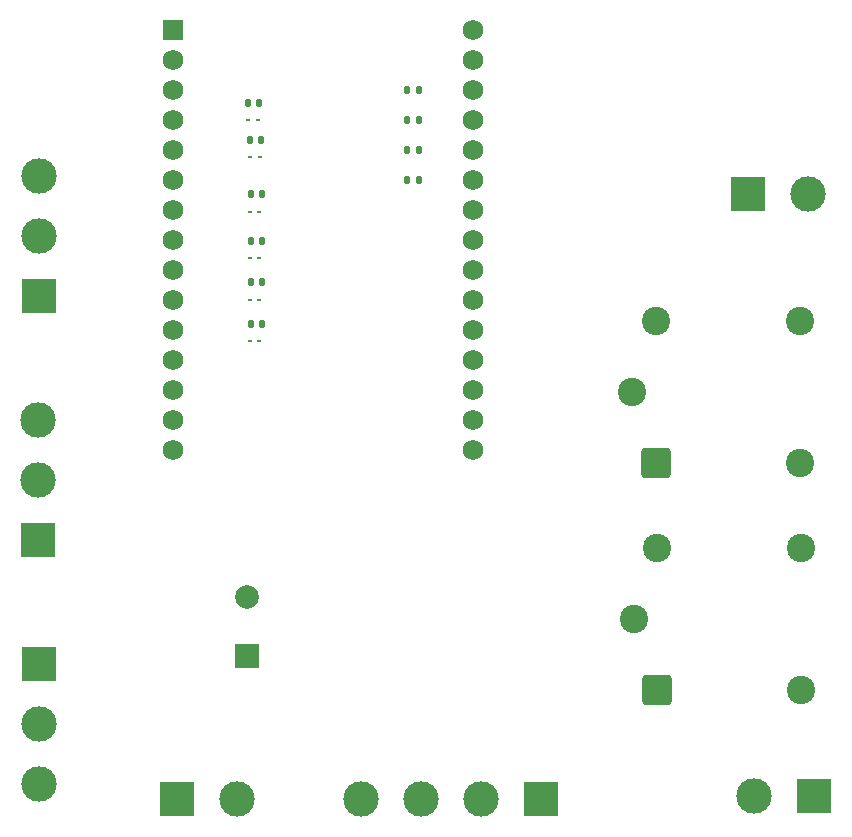
<source format=gbr>
%TF.GenerationSoftware,KiCad,Pcbnew,8.0.8*%
%TF.CreationDate,2025-03-20T21:36:52-04:00*%
%TF.ProjectId,PCB PUERTA,50434220-5055-4455-9254-412e6b696361,rev?*%
%TF.SameCoordinates,Original*%
%TF.FileFunction,Soldermask,Bot*%
%TF.FilePolarity,Negative*%
%FSLAX46Y46*%
G04 Gerber Fmt 4.6, Leading zero omitted, Abs format (unit mm)*
G04 Created by KiCad (PCBNEW 8.0.8) date 2025-03-20 21:36:52*
%MOMM*%
%LPD*%
G01*
G04 APERTURE LIST*
G04 Aperture macros list*
%AMRoundRect*
0 Rectangle with rounded corners*
0 $1 Rounding radius*
0 $2 $3 $4 $5 $6 $7 $8 $9 X,Y pos of 4 corners*
0 Add a 4 corners polygon primitive as box body*
4,1,4,$2,$3,$4,$5,$6,$7,$8,$9,$2,$3,0*
0 Add four circle primitives for the rounded corners*
1,1,$1+$1,$2,$3*
1,1,$1+$1,$4,$5*
1,1,$1+$1,$6,$7*
1,1,$1+$1,$8,$9*
0 Add four rect primitives between the rounded corners*
20,1,$1+$1,$2,$3,$4,$5,0*
20,1,$1+$1,$4,$5,$6,$7,0*
20,1,$1+$1,$6,$7,$8,$9,0*
20,1,$1+$1,$8,$9,$2,$3,0*%
G04 Aperture macros list end*
%ADD10R,3.000000X3.000000*%
%ADD11C,3.000000*%
%ADD12C,2.400000*%
%ADD13RoundRect,0.250000X1.000000X-1.000000X1.000000X1.000000X-1.000000X1.000000X-1.000000X-1.000000X0*%
%ADD14R,2.000000X2.000000*%
%ADD15C,2.000000*%
%ADD16RoundRect,0.102000X-0.765000X-0.765000X0.765000X-0.765000X0.765000X0.765000X-0.765000X0.765000X0*%
%ADD17C,1.734000*%
%ADD18RoundRect,0.062500X-0.117500X-0.062500X0.117500X-0.062500X0.117500X0.062500X-0.117500X0.062500X0*%
%ADD19RoundRect,0.140000X-0.140000X-0.170000X0.140000X-0.170000X0.140000X0.170000X-0.140000X0.170000X0*%
%ADD20RoundRect,0.135000X-0.135000X-0.185000X0.135000X-0.185000X0.135000X0.185000X-0.135000X0.185000X0*%
G04 APERTURE END LIST*
D10*
%TO.C,J7*%
X157175200Y-131318000D03*
D11*
X152095200Y-131318000D03*
%TD*%
D10*
%TO.C,J4*%
X103221800Y-131593600D03*
D11*
X108301800Y-131593600D03*
%TD*%
D12*
%TO.C,K1*%
X141761600Y-97087500D03*
X155961600Y-91087500D03*
X155961600Y-103087500D03*
D13*
X143761600Y-103087500D03*
D12*
X143761600Y-91087500D03*
%TD*%
D14*
%TO.C,BZ1*%
X109118400Y-119452400D03*
D15*
X109118400Y-114452400D03*
%TD*%
D16*
%TO.C,U1*%
X102920800Y-66432400D03*
D17*
X102920800Y-68972400D03*
X102920800Y-71512400D03*
X102920800Y-74052400D03*
X102920800Y-76592400D03*
X102920800Y-79132400D03*
X102920800Y-81672400D03*
X102920800Y-84212400D03*
X102920800Y-86752400D03*
X102920800Y-89292400D03*
X102920800Y-91832400D03*
X102920800Y-94372400D03*
X102920800Y-96912400D03*
X102920800Y-99452400D03*
X102920800Y-101992400D03*
X128320800Y-101992400D03*
X128320800Y-99452400D03*
X128320800Y-96912400D03*
X128320800Y-94372400D03*
X128320800Y-91832400D03*
X128320800Y-89292400D03*
X128320800Y-86752400D03*
X128320800Y-84212400D03*
X128320800Y-81672400D03*
X128320800Y-79132400D03*
X128320800Y-76592400D03*
X128320800Y-74052400D03*
X128320800Y-71512400D03*
X128320800Y-68972400D03*
X128320800Y-66432400D03*
%TD*%
D10*
%TO.C,J5*%
X134032000Y-131593600D03*
D11*
X128952000Y-131593600D03*
X123872000Y-131593600D03*
X118792000Y-131593600D03*
%TD*%
D10*
%TO.C,J6*%
X151587200Y-80340200D03*
D11*
X156667200Y-80340200D03*
%TD*%
D12*
%TO.C,K2*%
X141891000Y-116337600D03*
X156091000Y-110337600D03*
X156091000Y-122337600D03*
D13*
X143891000Y-122337600D03*
D12*
X143891000Y-110337600D03*
%TD*%
D10*
%TO.C,J1*%
X91520000Y-89001600D03*
D11*
X91520000Y-83921600D03*
X91520000Y-78841600D03*
%TD*%
D10*
%TO.C,J2*%
X91465400Y-109648000D03*
D11*
X91465400Y-104568000D03*
X91465400Y-99488000D03*
%TD*%
D10*
%TO.C,J3*%
X91520000Y-120138200D03*
D11*
X91520000Y-125218200D03*
X91520000Y-130298200D03*
%TD*%
D18*
%TO.C,D1*%
X110275000Y-77176600D03*
X109435000Y-77176600D03*
%TD*%
%TO.C,D2*%
X110216600Y-85736400D03*
X109376600Y-85736400D03*
%TD*%
D19*
%TO.C,C2*%
X109476600Y-84314000D03*
X110436600Y-84314000D03*
%TD*%
D20*
%TO.C,R12*%
X122680000Y-74052400D03*
X123700000Y-74052400D03*
%TD*%
D19*
%TO.C,C4*%
X109476600Y-80377000D03*
X110436600Y-80377000D03*
%TD*%
D20*
%TO.C,R13*%
X122680000Y-76592400D03*
X123700000Y-76592400D03*
%TD*%
D19*
%TO.C,C5*%
X109476600Y-87819200D03*
X110436600Y-87819200D03*
%TD*%
%TO.C,C3*%
X109476600Y-91324400D03*
X110436600Y-91324400D03*
%TD*%
D18*
%TO.C,D4*%
X110216600Y-81875600D03*
X109376600Y-81875600D03*
%TD*%
%TO.C,D3*%
X110216600Y-92797600D03*
X109376600Y-92797600D03*
%TD*%
%TO.C,D6*%
X110094600Y-74052400D03*
X109254600Y-74052400D03*
%TD*%
D20*
%TO.C,R10*%
X122680000Y-71512400D03*
X123700000Y-71512400D03*
%TD*%
%TO.C,R14*%
X122680000Y-79132400D03*
X123700000Y-79132400D03*
%TD*%
D19*
%TO.C,C1*%
X109425800Y-75779600D03*
X110385800Y-75779600D03*
%TD*%
D18*
%TO.C,D5*%
X110216600Y-89292400D03*
X109376600Y-89292400D03*
%TD*%
D19*
%TO.C,C6*%
X109248000Y-72655400D03*
X110208000Y-72655400D03*
%TD*%
M02*

</source>
